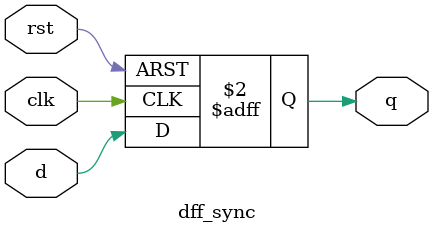
<source format=v>
module dff_sync (
	input clk,
	input rst,
	input d,
	output reg q
);

	always @(posedge clk or posedge rst) begin
		if (rst)
			q <= 0;
		else
			q <= d;
	end
endmodule

</source>
